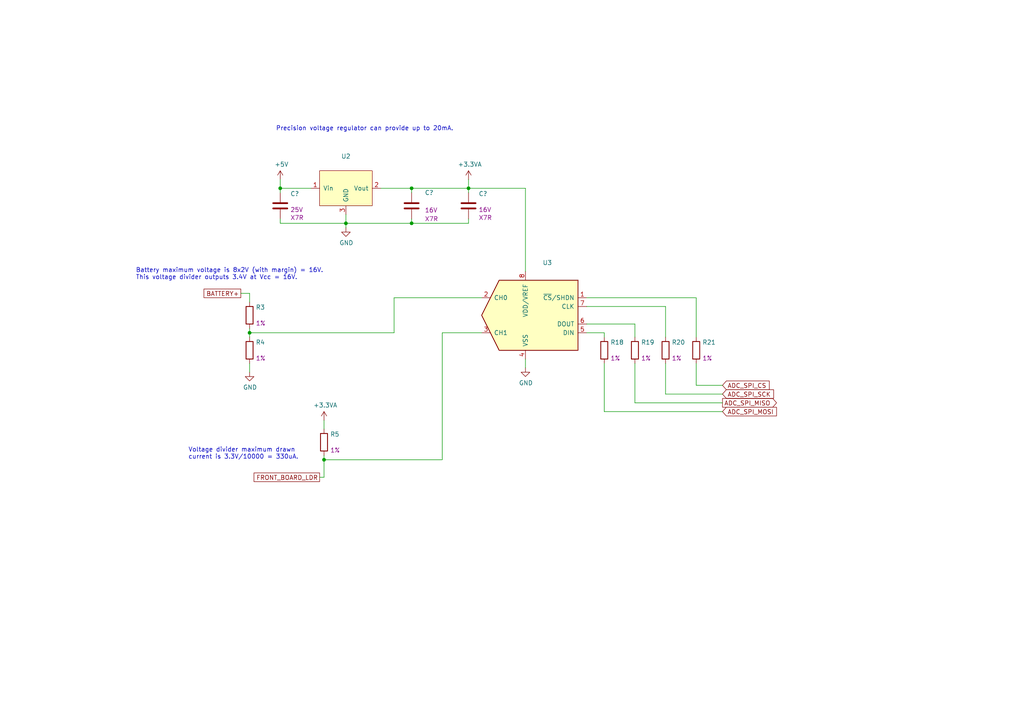
<source format=kicad_sch>
(kicad_sch (version 20211123) (generator eeschema)
  (paper "A4")
  (title_block (title "Analog-to-digital converter") (date "2021-02-05") (rev "1.1") (company "Cyclope robot by Adrien RICCIARDI"))
  (lib_symbols
    (symbol "Analog_ADC:MCP3002" (pin_names (offset 1.016))
      (property "Reference" "U" (at -6.35 11.43 0))
      (property "Value" "MCP3002" (at 11.43 11.43 0))
      (symbol "MCP3002_0_1"
        (polyline (pts (xy 15.24 10.16) (xy -7.62 10.16) (xy -12.7 0) (xy -7.62 -10.16) (xy 15.24 -10.16) (xy 15.24 10.16)) (stroke (width 0.254)) (fill (type background)))
      )
      (symbol "MCP3002_1_1"
        (pin input line (at 17.78 5.08 180) (length 2.54) (name "~{CS}/SHDN") (number "1"))
        (pin passive line (at -12.7 5.08 0) (length 2.54) (name "CH0") (number "2"))
        (pin passive line (at -12.7 -5.08 0) (length 2.54) (name "CH1") (number "3"))
        (pin power_in line (at 0 -12.7 90) (length 2.54) (name "VSS") (number "4"))
        (pin input line (at 17.78 -5.08 180) (length 2.54) (name "DIN") (number "5"))
        (pin output line (at 17.78 -2.54 180) (length 2.54) (name "DOUT") (number "6"))
        (pin input line (at 17.78 2.54 180) (length 2.54) (name "CLK") (number "7"))
        (pin power_in line (at 0 12.7 270) (length 2.54) (name "VDD/VREF") (number "8"))
      )
    )
    (symbol "Device:C" (pin_numbers hide) (pin_names (offset 0.254))
      (property "Reference" "C" (at 0.635 2.54 0))
      (property "Value" "C" (at 0.635 -2.54 0))
      (symbol "C_0_1"
        (polyline (pts (xy -2.032 -0.762) (xy 2.032 -0.762)) (stroke (width 0.508)))
        (polyline (pts (xy -2.032 0.762) (xy 2.032 0.762)) (stroke (width 0.508)))
      )
      (symbol "C_1_1"
        (pin passive line (at 0 3.81 270) (length 2.794) (name "~") (number "1"))
        (pin passive line (at 0 -3.81 90) (length 2.794) (name "~") (number "2"))
      )
    )
    (symbol "Device:R" (pin_numbers hide) (pin_names (offset 0))
      (property "Reference" "R" (at 2.032 0 90))
      (property "Value" "R" (at 0 0 90))
      (symbol "R_0_1"
        (rectangle (start -1.016 -2.54) (end 1.016 2.54) (stroke (width 0.254)))
      )
      (symbol "R_1_1"
        (pin passive line (at 0 3.81 270) (length 1.27) (name "~") (number "1"))
        (pin passive line (at 0 -3.81 90) (length 1.27) (name "~") (number "2"))
      )
    )
    (symbol "NCP51460SN33T1G:NCP51460SN33T1G" (pin_names (offset 1.016))
      (property "Reference" "U" (at 5.08 -7.62 0))
      (property "Value" "NCP51460SN33T1G" (at 12.7 -10.16 0))
      (symbol "NCP51460SN33T1G_0_1"
        (rectangle (start -7.62 5.08) (end 7.62 -5.08) (fill (type background)))
      )
      (symbol "NCP51460SN33T1G_1_1"
        (pin power_in line (at -10.16 0 0) (length 2.54) (name "Vin") (number "1"))
        (pin power_out line (at 10.16 0 180) (length 2.54) (name "Vout") (number "2"))
        (pin power_in line (at 0 -7.62 90) (length 2.54) (name "GND") (number "3"))
      )
    )
    (symbol "power:+3.3VA" (power) (pin_names (offset 0))
      (property "Value" "+3.3VA" (at 0 3.556 0))
      (symbol "+3.3VA_0_1"
        (polyline (pts (xy -0.762 1.27) (xy 0 2.54)))
        (polyline (pts (xy 0 0) (xy 0 2.54)))
        (polyline (pts (xy 0 2.54) (xy 0.762 1.27)))
      )
      (symbol "+3.3VA_1_1"
        (pin power_in line (at 0 0 90) (length 0) hide (name "+3.3VA") (number "1"))
      )
    )
    (symbol "power:+5V" (power) (pin_names (offset 0))
      (property "Value" "+5V" (at 0 3.556 0))
      (symbol "+5V_0_1"
        (polyline (pts (xy -0.762 1.27) (xy 0 2.54)))
        (polyline (pts (xy 0 0) (xy 0 2.54)))
        (polyline (pts (xy 0 2.54) (xy 0.762 1.27)))
      )
      (symbol "+5V_1_1"
        (pin power_in line (at 0 0 90) (length 0) hide (name "+5V") (number "1"))
      )
    )
    (symbol "power:GND" (power) (pin_names (offset 0))
      (property "Value" "GND" (at 0 -3.81 0))
      (symbol "GND_0_1"
        (polyline (pts (xy 0 0) (xy 0 -1.27) (xy 1.27 -1.27) (xy 0 -2.54) (xy -1.27 -1.27) (xy 0 -1.27)))
      )
      (symbol "GND_1_1"
        (pin power_in line (at 0 0 270) (length 0) hide (name "GND") (number "1"))
      )
    )
  )
  (junction (at 119.38 64.77))
  (junction (at 119.38 54.61))
  (junction (at 100.33 64.77))
  (junction (at 81.28 54.61))
  (junction (at 93.98 133.35))
  (junction (at 135.89 54.61))
  (junction (at 72.39 96.52))
  (wire (pts (xy 81.28 64.77) (xy 100.33 64.77)))
  (wire (pts (xy 114.3 96.52) (xy 114.3 86.36)))
  (wire (pts (xy 152.4 106.68) (xy 152.4 104.14)))
  (wire (pts (xy 201.93 105.41) (xy 201.93 111.76)))
  (wire (pts (xy 175.26 119.38) (xy 175.26 105.41)))
  (wire (pts (xy 184.15 116.84) (xy 209.55 116.84)))
  (wire (pts (xy 72.39 85.09) (xy 72.39 87.63)))
  (wire (pts (xy 170.18 86.36) (xy 201.93 86.36)))
  (wire (pts (xy 184.15 93.98) (xy 184.15 97.79)))
  (wire (pts (xy 119.38 64.77) (xy 119.38 63.5)))
  (wire (pts (xy 81.28 52.07) (xy 81.28 54.61)))
  (wire (pts (xy 93.98 133.35) (xy 128.27 133.35)))
  (wire (pts (xy 100.33 64.77) (xy 100.33 62.23)))
  (wire (pts (xy 209.55 119.38) (xy 175.26 119.38)))
  (wire (pts (xy 72.39 96.52) (xy 72.39 97.79)))
  (wire (pts (xy 184.15 105.41) (xy 184.15 116.84)))
  (wire (pts (xy 170.18 96.52) (xy 175.26 96.52)))
  (wire (pts (xy 135.89 54.61) (xy 152.4 54.61)))
  (wire (pts (xy 81.28 63.5) (xy 81.28 64.77)))
  (wire (pts (xy 72.39 107.95) (xy 72.39 105.41)))
  (wire (pts (xy 135.89 64.77) (xy 135.89 63.5)))
  (wire (pts (xy 110.49 54.61) (xy 119.38 54.61)))
  (wire (pts (xy 128.27 96.52) (xy 139.7 96.52)))
  (wire (pts (xy 93.98 133.35) (xy 93.98 132.08)))
  (wire (pts (xy 93.98 133.35) (xy 93.98 138.43)))
  (wire (pts (xy 201.93 111.76) (xy 209.55 111.76)))
  (wire (pts (xy 81.28 54.61) (xy 81.28 55.88)))
  (wire (pts (xy 135.89 54.61) (xy 135.89 55.88)))
  (wire (pts (xy 193.04 105.41) (xy 193.04 114.3)))
  (wire (pts (xy 119.38 54.61) (xy 135.89 54.61)))
  (wire (pts (xy 119.38 54.61) (xy 119.38 55.88)))
  (wire (pts (xy 114.3 86.36) (xy 139.7 86.36)))
  (wire (pts (xy 170.18 88.9) (xy 193.04 88.9)))
  (wire (pts (xy 193.04 88.9) (xy 193.04 97.79)))
  (wire (pts (xy 100.33 64.77) (xy 100.33 66.04)))
  (wire (pts (xy 201.93 86.36) (xy 201.93 97.79)))
  (wire (pts (xy 170.18 93.98) (xy 184.15 93.98)))
  (wire (pts (xy 175.26 96.52) (xy 175.26 97.79)))
  (wire (pts (xy 100.33 64.77) (xy 119.38 64.77)))
  (wire (pts (xy 193.04 114.3) (xy 209.55 114.3)))
  (wire (pts (xy 81.28 54.61) (xy 90.17 54.61)))
  (wire (pts (xy 69.85 85.09) (xy 72.39 85.09)))
  (wire (pts (xy 119.38 64.77) (xy 135.89 64.77)))
  (wire (pts (xy 72.39 95.25) (xy 72.39 96.52)))
  (wire (pts (xy 152.4 78.74) (xy 152.4 54.61)))
  (wire (pts (xy 135.89 52.07) (xy 135.89 54.61)))
  (wire (pts (xy 128.27 133.35) (xy 128.27 96.52)))
  (wire (pts (xy 93.98 124.46) (xy 93.98 121.92)))
  (wire (pts (xy 72.39 96.52) (xy 114.3 96.52)))
  (wire (pts (xy 93.98 138.43) (xy 92.71 138.43)))
  (text "Precision voltage regulator can provide up to 20mA." (at 80.01 38.1 0) (effects (font (size 1.27 1.27)) (justify left bottom)))
  (text "Battery maximum voltage is 8x2V (with margin) = 16V.\nThis voltage divider outputs 3.4V at Vcc = 16V." (at 39.37 81.28 0) (effects (font (size 1.27 1.27)) (justify left bottom)))
  (text "Voltage divider maximum drawn\ncurrent is 3.3V/10000 = 330uA." (at 54.61 133.35 0) (effects (font (size 1.27 1.27)) (justify left bottom)))
  (global_label "ADC_SPI_CS" (shape input) (at 209.55 111.76 0) (property "Références Inter-Feuilles" "${INTERSHEET_REFS}" (effects hide)))
  (global_label "BATTERY+" (shape passive) (at 69.85 85.09 180) (property "Références Inter-Feuilles" "${INTERSHEET_REFS}" (effects hide)))
  (global_label "ADC_SPI_MOSI" (shape input) (at 209.55 119.38 0) (property "Références Inter-Feuilles" "${INTERSHEET_REFS}" (effects hide)))
  (global_label "ADC_SPI_SCK" (shape input) (at 209.55 114.3 0) (property "Références Inter-Feuilles" "${INTERSHEET_REFS}" (effects hide)))
  (global_label "FRONT_BOARD_LDR" (shape passive) (at 92.71 138.43 180) (property "Références Inter-Feuilles" "${INTERSHEET_REFS}" (effects hide)))
  (global_label "ADC_SPI_MISO" (shape output) (at 209.55 116.84 0) (property "Références Inter-Feuilles" "${INTERSHEET_REFS}" (effects hide)))
  (symbol (lib_id "Device:C") (at 135.89 59.69 0) (unit 1)
    (property "Reference" "C?" (at 138.811 56.2102 0) (effects (justify left)))
    (property "Value2" "16V" (at 138.811 60.833 0) (effects (justify left)))
    (property "Value3" "X7R" (at 138.811 63.1444 0) (effects (justify left)))
  )
  (symbol (lib_id "NCP51460SN33T1G:NCP51460SN33T1G") (at 100.33 54.61 0) (unit 1)
    (property "Reference" "U2" (at 100.33 45.339 0))
  )
  (symbol (lib_id "power:+5V") (at 81.28 52.07 0) (unit 1)
    (property "Reference" "#PWR0126" (effects hide))
  )
  (symbol (lib_id "Device:C") (at 81.28 59.69 0) (unit 1)
    (property "Reference" "C?" (at 84.201 56.2102 0) (effects (justify left)))
    (property "Value2" "25V" (at 84.201 60.833 0) (effects (justify left)))
    (property "Value3" "X7R" (at 84.201 63.1444 0) (effects (justify left)))
  )
  (symbol (lib_id "Device:C") (at 119.38 59.69 0) (unit 1)
    (property "Reference" "C?" (at 123.19 55.88 0) (effects (justify left)))
    (property "Value2" "16V" (at 123.19 60.96 0) (effects (justify left)))
    (property "Value3" "X7R" (at 123.19 63.5 0) (effects (justify left)))
  )
  (symbol (lib_id "power:GND") (at 100.33 66.04 0) (unit 1)
    (property "Reference" "#PWR0142" (effects hide))
  )
  (symbol (lib_id "Analog_ADC:MCP3002") (at 152.4 91.44 0) (unit 1)
    (property "Reference" "U3" (at 158.75 76.2 0))
    (property "Datasheet" "http://ww1.microchip.com/downloads/en/DeviceDoc/21294E.pdf" (effects hide))
  )
  (symbol (lib_id "power:GND") (at 152.4 106.68 0) (unit 1)
    (property "Reference" "#PWR010" (effects hide))
  )
  (symbol (lib_id "power:+3.3VA") (at 135.89 52.07 0) (unit 1)
    (property "Reference" "#PWR09" (effects hide))
  )
  (symbol (lib_id "Device:R") (at 72.39 91.44 0) (unit 1)
    (property "Reference" "R3" (at 74.168 89.1286 0) (effects (justify left)))
    (property "Value2" "1%" (at 74.168 93.7514 0) (effects (justify left)))
  )
  (symbol (lib_id "Device:R") (at 72.39 101.6 0) (unit 1)
    (property "Reference" "R4" (at 74.168 99.2886 0) (effects (justify left)))
    (property "Value2" "1%" (at 74.168 103.9114 0) (effects (justify left)))
  )
  (symbol (lib_id "power:GND") (at 72.39 107.95 0) (unit 1)
    (property "Reference" "#PWR011" (effects hide))
  )
  (symbol (lib_id "Device:R") (at 93.98 128.27 0) (unit 1)
    (property "Reference" "R5" (at 95.758 125.9586 0) (effects (justify left)))
    (property "Value2" "1%" (at 95.758 130.5814 0) (effects (justify left)))
  )
  (symbol (lib_id "power:+3.3VA") (at 93.98 121.92 0) (unit 1)
    (property "Reference" "#PWR012" (effects hide))
  )
  (symbol (lib_id "Device:R") (at 175.26 101.6 180) (unit 1)
    (property "Reference" "R18" (at 177.038 99.2886 0) (effects (justify right)))
    (property "Value2" "1%" (at 177.038 103.9114 0) (effects (justify right)))
  )
  (symbol (lib_id "Device:R") (at 184.15 101.6 180) (unit 1)
    (property "Reference" "R19" (at 185.928 99.2886 0) (effects (justify right)))
    (property "Value2" "1%" (at 185.928 103.9114 0) (effects (justify right)))
  )
  (symbol (lib_id "Device:R") (at 193.04 101.6 180) (unit 1)
    (property "Reference" "R20" (at 194.818 99.2886 0) (effects (justify right)))
    (property "Value2" "1%" (at 194.818 103.9114 0) (effects (justify right)))
  )
  (symbol (lib_id "Device:R") (at 201.93 101.6 0) (unit 1)
    (property "Reference" "R21" (at 203.708 99.2886 0) (effects (justify left)))
    (property "Value2" "1%" (at 203.708 103.9114 0) (effects (justify left)))
  )
)
</source>
